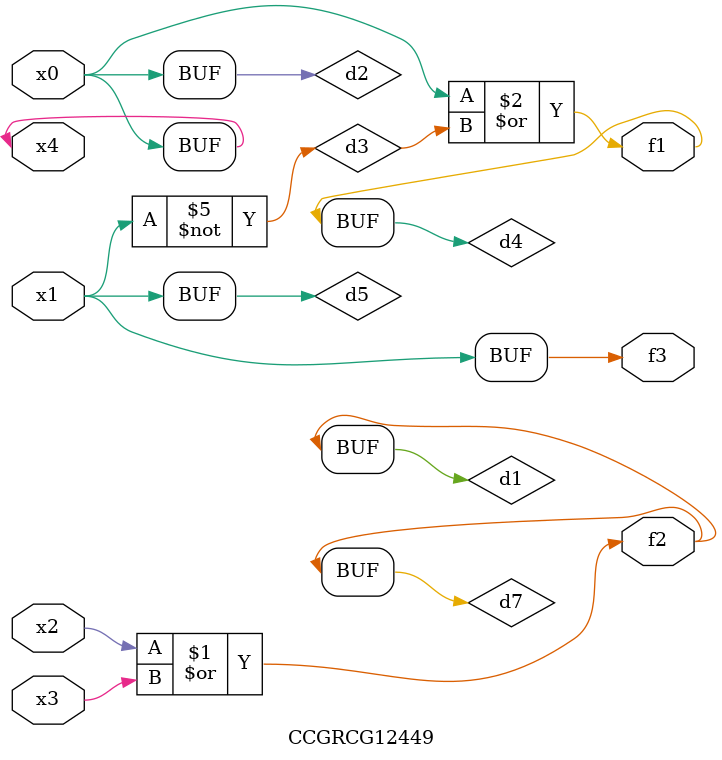
<source format=v>
module CCGRCG12449(
	input x0, x1, x2, x3, x4,
	output f1, f2, f3
);

	wire d1, d2, d3, d4, d5, d6, d7;

	or (d1, x2, x3);
	buf (d2, x0, x4);
	not (d3, x1);
	or (d4, d2, d3);
	not (d5, d3);
	nand (d6, d1, d3);
	or (d7, d1);
	assign f1 = d4;
	assign f2 = d7;
	assign f3 = d5;
endmodule

</source>
